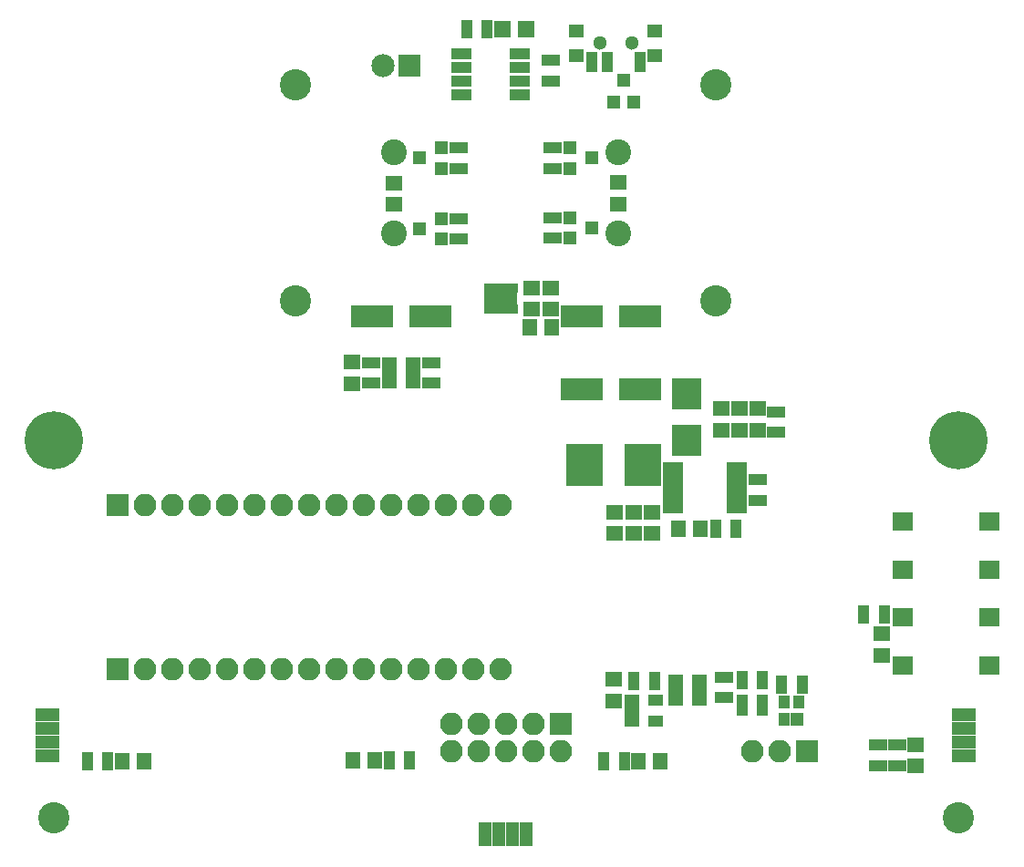
<source format=gts>
G04 #@! TF.FileFunction,Soldermask,Top*
%FSLAX46Y46*%
G04 Gerber Fmt 4.6, Leading zero omitted, Abs format (unit mm)*
G04 Created by KiCad (PCBNEW 4.0.7-e2-6376~58~ubuntu16.04.1) date Mon Nov 13 19:48:04 2017*
%MOMM*%
%LPD*%
G01*
G04 APERTURE LIST*
%ADD10C,0.100000*%
%ADD11R,1.700000X1.100000*%
%ADD12R,3.400000X3.900000*%
%ADD13R,3.900000X2.000000*%
%ADD14R,1.650000X1.400000*%
%ADD15R,1.400000X1.650000*%
%ADD16R,1.600000X1.600000*%
%ADD17R,2.700000X2.900000*%
%ADD18C,2.400000*%
%ADD19R,2.150000X2.150000*%
%ADD20C,2.150000*%
%ADD21R,2.100000X2.100000*%
%ADD22O,2.100000X2.100000*%
%ADD23R,1.200000X1.300000*%
%ADD24R,1.100000X1.700000*%
%ADD25R,1.950000X1.700000*%
%ADD26R,1.300000X1.200000*%
%ADD27R,1.950000X1.000000*%
%ADD28R,0.650000X0.900000*%
%ADD29R,3.050000X1.400000*%
%ADD30R,1.850000X0.850000*%
%ADD31R,1.460000X1.050000*%
%ADD32R,1.000000X1.200000*%
%ADD33R,1.050000X0.800000*%
%ADD34R,2.200000X1.200000*%
%ADD35R,1.200000X2.200000*%
%ADD36C,1.300000*%
%ADD37R,1.100000X1.900000*%
%ADD38R,1.400000X1.200000*%
%ADD39C,2.900000*%
%ADD40C,5.400000*%
G04 APERTURE END LIST*
D10*
D11*
X153771600Y-58404800D03*
X153771600Y-56504800D03*
X145237200Y-73111400D03*
X145237200Y-71211400D03*
D12*
X156888200Y-94081600D03*
X162288200Y-94081600D03*
D13*
X162034200Y-80264000D03*
X156634200Y-80264000D03*
D14*
X153746200Y-77613000D03*
X153746200Y-79613000D03*
X160020000Y-69834000D03*
X160020000Y-67834000D03*
X139192000Y-69884800D03*
X139192000Y-67884800D03*
X151993600Y-77613000D03*
X151993600Y-79613000D03*
D13*
X142603200Y-80264000D03*
X137203200Y-80264000D03*
D15*
X151857200Y-81254600D03*
X153857200Y-81254600D03*
D14*
X159740600Y-98466400D03*
X159740600Y-100466400D03*
X161442400Y-98466400D03*
X161442400Y-100466400D03*
X163144200Y-98466400D03*
X163144200Y-100466400D03*
D15*
X167649400Y-99974400D03*
X165649400Y-99974400D03*
D14*
X159613600Y-114011200D03*
X159613600Y-116011200D03*
X173024800Y-88865200D03*
X173024800Y-90865200D03*
X171323000Y-88865200D03*
X171323000Y-90865200D03*
X169621200Y-88865200D03*
X169621200Y-90865200D03*
X184480200Y-111744000D03*
X184480200Y-109744000D03*
X187680600Y-120031000D03*
X187680600Y-122031000D03*
D15*
X163941000Y-121589800D03*
X161941000Y-121589800D03*
X135436100Y-121475500D03*
X137436100Y-121475500D03*
X115985800Y-121589800D03*
X113985800Y-121589800D03*
D16*
X149306100Y-53644800D03*
X151506100Y-53644800D03*
D17*
X166370000Y-87512000D03*
X166370000Y-91812000D03*
D18*
X160020000Y-72593200D03*
X160020000Y-65074800D03*
X139192000Y-72593200D03*
X139192000Y-65074800D03*
D19*
X140690600Y-56997600D03*
D20*
X138190600Y-56997600D03*
D21*
X154686000Y-118110000D03*
D22*
X154686000Y-120650000D03*
X152146000Y-118110000D03*
X152146000Y-120650000D03*
X149606000Y-118110000D03*
X149606000Y-120650000D03*
X147066000Y-118110000D03*
X147066000Y-120650000D03*
X144526000Y-118110000D03*
X144526000Y-120650000D03*
D23*
X159603400Y-60385200D03*
X161503400Y-60385200D03*
X160553400Y-58385200D03*
D11*
X153974800Y-71135200D03*
X153974800Y-73035200D03*
X153974800Y-64632800D03*
X153974800Y-66532800D03*
X145237200Y-66532800D03*
X145237200Y-64632800D03*
X137071100Y-84571800D03*
X137071100Y-86471800D03*
X142659100Y-86471800D03*
X142659100Y-84571800D03*
D24*
X145963600Y-53644800D03*
X147863600Y-53644800D03*
X170977600Y-99974400D03*
X169077600Y-99974400D03*
D11*
X173024800Y-97343000D03*
X173024800Y-95443000D03*
X174726600Y-89143800D03*
X174726600Y-91043800D03*
D24*
X163408400Y-114147600D03*
X161508400Y-114147600D03*
X184744400Y-108000800D03*
X182844400Y-108000800D03*
D11*
X169900600Y-115707200D03*
X169900600Y-113807200D03*
D24*
X177099000Y-114503200D03*
X175199000Y-114503200D03*
D11*
X184200800Y-121981000D03*
X184200800Y-120081000D03*
D24*
X173416000Y-114096800D03*
X171516000Y-114096800D03*
D11*
X185953400Y-120081000D03*
X185953400Y-121981000D03*
D24*
X158689000Y-121589800D03*
X160589000Y-121589800D03*
X140688100Y-121475500D03*
X138788100Y-121475500D03*
D25*
X194454600Y-99337300D03*
X194454600Y-103837300D03*
X186494600Y-103837300D03*
X186494600Y-99337300D03*
D26*
X155591000Y-71135200D03*
X155591000Y-73035200D03*
X157591000Y-72085200D03*
X155591000Y-64632800D03*
X155591000Y-66532800D03*
X157591000Y-65582800D03*
X143621000Y-73111400D03*
X143621000Y-71211400D03*
X141621000Y-72161400D03*
X143621000Y-66532800D03*
X143621000Y-64632800D03*
X141621000Y-65582800D03*
D27*
X150858200Y-59715400D03*
X150858200Y-58445400D03*
X150858200Y-57175400D03*
X150858200Y-55905400D03*
X145458200Y-55905400D03*
X145458200Y-57175400D03*
X145458200Y-58445400D03*
X145458200Y-59715400D03*
D28*
X150398800Y-77663000D03*
X149898800Y-77663000D03*
X149398800Y-77663000D03*
X148898800Y-77663000D03*
X148398800Y-77663000D03*
X147898800Y-77663000D03*
X147898800Y-79563000D03*
X148398800Y-79563000D03*
X148898800Y-79563000D03*
X149398800Y-79563000D03*
X149898800Y-79563000D03*
X150398800Y-79563000D03*
D29*
X149148800Y-78613000D03*
D21*
X113588800Y-113055400D03*
D22*
X116128800Y-113055400D03*
X118668800Y-113055400D03*
X121208800Y-113055400D03*
X123748800Y-113055400D03*
X126288800Y-113055400D03*
X128828800Y-113055400D03*
X131368800Y-113055400D03*
X133908800Y-113055400D03*
X136448800Y-113055400D03*
X138988800Y-113055400D03*
X141528800Y-113055400D03*
X144068800Y-113055400D03*
X146608800Y-113055400D03*
X149148800Y-113055400D03*
D30*
X171021800Y-98139800D03*
X171021800Y-97489800D03*
X171021800Y-96839800D03*
X171021800Y-96189800D03*
X171021800Y-95539800D03*
X171021800Y-94889800D03*
X171021800Y-94239800D03*
X165121800Y-94239800D03*
X165121800Y-94889800D03*
X165121800Y-95539800D03*
X165121800Y-96189800D03*
X165121800Y-96839800D03*
X165121800Y-97489800D03*
X165121800Y-98139800D03*
D21*
X113588800Y-97815400D03*
D22*
X116128800Y-97815400D03*
X118668800Y-97815400D03*
X121208800Y-97815400D03*
X123748800Y-97815400D03*
X126288800Y-97815400D03*
X128828800Y-97815400D03*
X131368800Y-97815400D03*
X133908800Y-97815400D03*
X136448800Y-97815400D03*
X138988800Y-97815400D03*
X141528800Y-97815400D03*
X144068800Y-97815400D03*
X146608800Y-97815400D03*
X149148800Y-97815400D03*
D31*
X161345700Y-115940800D03*
X161345700Y-116890800D03*
X161345700Y-117840800D03*
X163545700Y-117840800D03*
X163545700Y-115940800D03*
X165371600Y-114035800D03*
X165371600Y-114985800D03*
X165371600Y-115935800D03*
X167571600Y-115935800D03*
X167571600Y-114035800D03*
X167571600Y-114985800D03*
D32*
X175488600Y-116129000D03*
X176788600Y-116129000D03*
X175488600Y-117729000D03*
D26*
X176638600Y-117729000D03*
D33*
X171516000Y-115758200D03*
X171516000Y-117058200D03*
X173416000Y-116408200D03*
X171516000Y-116408200D03*
X173416000Y-117058200D03*
X173416000Y-115758200D03*
D34*
X107061000Y-117297200D03*
X107061000Y-118567200D03*
X107061000Y-119837200D03*
X107061000Y-121107200D03*
D35*
X147701000Y-128397000D03*
X148971000Y-128397000D03*
X150241000Y-128397000D03*
X151511000Y-128397000D03*
D34*
X192151000Y-121107200D03*
X192151000Y-119837200D03*
X192151000Y-118567200D03*
X192151000Y-117297200D03*
D13*
X162034200Y-87071200D03*
X156634200Y-87071200D03*
D25*
X186494600Y-112727300D03*
X186494600Y-108227300D03*
X194454600Y-108227300D03*
X194454600Y-112727300D03*
D21*
X177546000Y-120624600D03*
D22*
X175006000Y-120624600D03*
X172466000Y-120624600D03*
D36*
X161304100Y-54915000D03*
X158304100Y-54915000D03*
D37*
X162054100Y-56675000D03*
X159054100Y-56675000D03*
X157554100Y-56675000D03*
D38*
X163454100Y-53815000D03*
X156154100Y-53815000D03*
X156154100Y-56025000D03*
X163454100Y-56025000D03*
D14*
X135293100Y-86521800D03*
X135293100Y-84521800D03*
D31*
X140965100Y-86471800D03*
X140965100Y-85521800D03*
X140965100Y-84571800D03*
X138765100Y-84571800D03*
X138765100Y-86471800D03*
X138765100Y-85521800D03*
D24*
X110721100Y-121589800D03*
X112621100Y-121589800D03*
D39*
X107596940Y-126809500D03*
X191597280Y-126809500D03*
X169095420Y-58811160D03*
X130096260Y-58811160D03*
X130096260Y-78811120D03*
X169095420Y-78811120D03*
D40*
X107596940Y-91810840D03*
X191597280Y-91810840D03*
M02*

</source>
